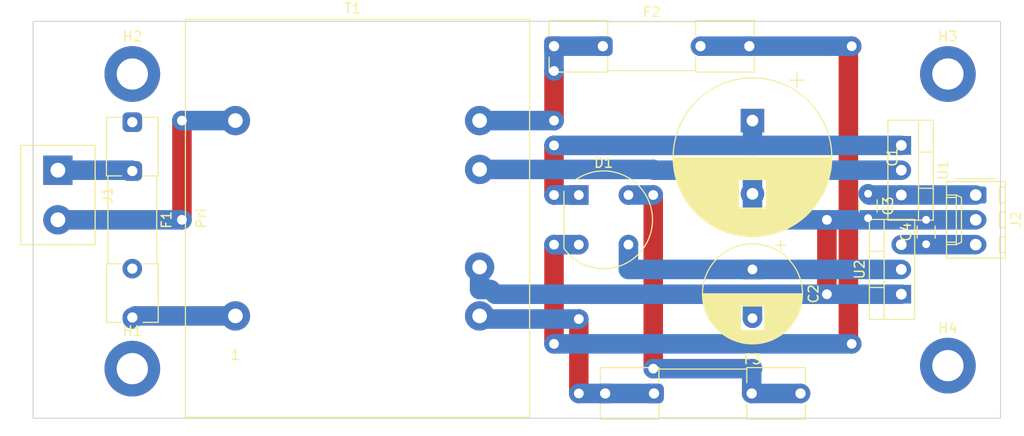
<source format=kicad_pcb>
(kicad_pcb (version 20211014) (generator pcbnew)
  (layers (0 "F.Cu" signal) (31 "B.Cu" signal) (34 "B.Paste" user) (35 "F.Paste" user) (36 "B.SilkS" user "B.Silkscreen") (37 "F.SilkS" user "F.Silkscreen") (38 "B.Mask" user) (39 "F.Mask" user) (44 "Edge.Cuts" user))
  (net 0 "")
  (net 1 "Net-(C1-Pad1)")
  (net 2 "GND")
  (net 3 "Net-(C2-Pad1)")
  (net 4 "VCC")
  (net 5 "VEE")
  (net 6 "Net-(D1-Pad2)")
  (net 7 "Net-(D1-Pad4)")
  (net 8 "/PSU/L")
  (net 9 "Net-(F1-Pad2)")
  (net 10 "/PSU/N")
  (net 11 "Net-(F2-Pad1)")
  (net 12 "Net-(F3-Pad1)")
  (footprint "Package_TO_SOT_THT:TO-220-3_Vertical" (layer "F.Cu") (at 124.46 78.74 90)
    (fp_text reference "U2" (at 2.54 -4.27 90) (layer "F.SilkS"))
    (fp_text value "L7909")
    (pad "1" thru_hole rect (at 0 0 90) (size 1.905 2) (drill 1.1) (layers *.Cu *.Mask) (net 2 "GND"))
    (pad "2" thru_hole oval (at 2.54 0 90) (size 1.905 2) (drill 1.1) (layers *.Cu *.Mask) (net 3 "Net-(C2-Pad1)"))
    (pad "3" thru_hole oval (at 5.08 0 90) (size 1.905 2) (drill 1.1) (layers *.Cu *.Mask) (net 5 "VEE"))
  )
  (footprint "Fuse:Fuseholder_Clip-5x20mm_Littelfuse_111_Inline_P20.00x5.00mm_D1.05mm_Horizontal" (layer "F.Cu") (at 45.72 61.12 -90)
    (fp_text reference "F1" (at 10 -3.5 90) (layer "F.SilkS"))
    (fp_text value "0.1A")
    (pad "1" thru_hole roundrect (at 5 0 270) (size 2 2) (drill 1.05) (layers *.Cu *.Mask) (net 8 "/PSU/L"))
    (pad "1" thru_hole roundrect (at 0 0 270) (size 2 2) (drill 1.05) (layers *.Cu *.Mask) (net 8 "/PSU/L"))
    (pad "2" thru_hole circle (at 15 0 270) (size 2 2) (drill 1.05) (layers *.Cu *.Mask) (net 9 "Net-(F1-Pad2)"))
    (pad "2" thru_hole circle (at 20 0 270) (size 2 2) (drill 1.05) (layers *.Cu *.Mask) (net 9 "Net-(F1-Pad2)"))
  )
  (footprint "Fuse:Fuseholder_Clip-5x20mm_Littelfuse_111_Inline_P20.00x5.00mm_D1.05mm_Horizontal" (layer "F.Cu") (at 88.9 53.34)
    (fp_text reference "F2" (at 10 -3.5) (layer "F.SilkS"))
    (fp_text value "F0.2A")
    (pad "1" thru_hole roundrect (at 5 0) (size 2 2) (drill 1.05) (layers *.Cu *.Mask) (net 11 "Net-(F2-Pad1)"))
    (pad "1" thru_hole roundrect (at 0 0) (size 2 2) (drill 1.05) (layers *.Cu *.Mask) (net 11 "Net-(F2-Pad1)"))
    (pad "2" thru_hole circle (at 15 0) (size 2 2) (drill 1.05) (layers *.Cu *.Mask) (net 6 "Net-(D1-Pad2)"))
    (pad "2" thru_hole circle (at 20 0) (size 2 2) (drill 1.05) (layers *.Cu *.Mask) (net 6 "Net-(D1-Pad2)"))
  )
  (footprint "MountingHole:MountingHole_3.2mm_M3_ISO7380_Pad" (layer "F.Cu") (at 129.23 56.19)
    (fp_text reference "H3" (at 0 -3.85) (layer "F.SilkS"))
    (fp_text value "MountingHole")
    (pad "1" thru_hole circle (at 0 0) (size 5.7 5.7) (drill 3.2) (layers *.Cu *.Mask))
  )
  (footprint "Capacitor_THT:CP_Radial_D10.0mm_P5.00mm" (layer "F.Cu") (at 109.22 76.2 -90)
    (fp_text reference "C2" (at 2.5 -6.25 90) (layer "F.SilkS"))
    (fp_text value "1000u 16V")
    (pad "1" thru_hole rect (at 0 0 270) (size 2 2) (drill 1) (layers *.Cu *.Mask) (net 3 "Net-(C2-Pad1)"))
    (pad "2" thru_hole circle (at 5 0 270) (size 2 2) (drill 1) (layers *.Cu *.Mask) (net 2 "GND"))
  )
  (footprint "For_Rasterboard:Transformer-3VA_2xSec" (layer "F.Cu") (at 56.28 80.96)
    (fp_text reference "T1" (at 12 -31.5) (layer "F.SilkS"))
    (fp_text value "230V 3.2VA - 2x 12V 1.6VA")
    (fp_text user "Pri" (at -3.5 -10 90) (layer "F.SilkS"))
    (fp_text user "1" (at 0 4) (layer "F.SilkS"))
    (pad "1" thru_hole circle (at 0 0) (size 3 3) (drill 1.5) (layers *.Cu *.Mask) (net 9 "Net-(F1-Pad2)"))
    (pad "2" thru_hole circle (at 0 -20) (size 3 3) (drill 1.5) (layers *.Cu *.Mask) (net 10 "/PSU/N"))
    (pad "3" thru_hole circle (at 25 -20) (size 3 3) (drill 1.5) (layers *.Cu *.Mask) (net 11 "Net-(F2-Pad1)"))
    (pad "4" thru_hole circle (at 25 -15) (size 3 3) (drill 1.5) (layers *.Cu *.Mask) (net 2 "GND"))
    (pad "5" thru_hole circle (at 25 -5) (size 3 3) (drill 1.5) (layers *.Cu *.Mask) (net 2 "GND"))
    (pad "6" thru_hole circle (at 25 0) (size 3 3) (drill 1.5) (layers *.Cu *.Mask) (net 12 "Net-(F3-Pad1)"))
  )
  (footprint "For_Rasterboard:C_Disc_D3.0mm_W1.6mm_P2.50mm" (layer "F.Cu") (at 127 73.62 90)
    (fp_text reference "C4" (at 1.25 -2.05 90) (layer "F.SilkS"))
    (fp_text value "100n")
    (pad "1" thru_hole circle (at 0 0 90) (size 1.6 1.6) (drill 0.8) (layers *.Cu *.Mask) (net 5 "VEE"))
    (pad "2" thru_hole circle (at 2.5 0 90) (size 1.6 1.6) (drill 0.8) (layers *.Cu *.Mask) (net 2 "GND"))
  )
  (footprint "Fuse:Fuseholder_Clip-5x20mm_Littelfuse_111_Inline_P20.00x5.00mm_D1.05mm_Horizontal" (layer "F.Cu") (at 94.14 88.9)
    (fp_text reference "F3" (at 15.08 -3.5) (layer "F.SilkS"))
    (fp_text value "F0.2A")
    (pad "1" thru_hole roundrect (at 5 0) (size 2 2) (drill 1.05) (layers *.Cu *.Mask) (net 12 "Net-(F3-Pad1)"))
    (pad "1" thru_hole roundrect (at 0 0) (size 2 2) (drill 1.05) (layers *.Cu *.Mask) (net 12 "Net-(F3-Pad1)"))
    (pad "2" thru_hole circle (at 15 0) (size 2 2) (drill 1.05) (layers *.Cu *.Mask) (net 7 "Net-(D1-Pad4)"))
    (pad "2" thru_hole circle (at 20 0) (size 2 2) (drill 1.05) (layers *.Cu *.Mask) (net 7 "Net-(D1-Pad4)"))
  )
  (footprint "For_Rasterboard:C_Disc_D3.0mm_W1.6mm_P2.50mm" (layer "F.Cu") (at 121.06 68.45 -90)
    (fp_text reference "C3" (at 1.25 -2.05 90) (layer "F.SilkS"))
    (fp_text value "100n")
    (pad "1" thru_hole circle (at 0 0 270) (size 1.6 1.6) (drill 0.8) (layers *.Cu *.Mask) (net 4 "VCC"))
    (pad "2" thru_hole circle (at 2.5 0 270) (size 1.6 1.6) (drill 0.8) (layers *.Cu *.Mask) (net 2 "GND"))
  )
  (footprint "MountingHole:MountingHole_3.2mm_M3_ISO7380_Pad" (layer "F.Cu") (at 45.72 56.19)
    (fp_text reference "H2" (at 0 -3.85) (layer "F.SilkS"))
    (fp_text value "MountingHole")
    (pad "1" thru_hole circle (at 0 0) (size 5.7 5.7) (drill 3.2) (layers *.Cu *.Mask))
  )
  (footprint "TerminalBlock:TerminalBlock_bornier-2_P5.08mm" (layer "F.Cu") (at 38.1 66.04 -90)
    (fp_text reference "J1" (at 2.54 -5.08 90) (layer "F.SilkS"))
    (fp_text value "Screw_Terminal_01x02")
    (pad "1" thru_hole rect (at 0 0 270) (size 3 3) (drill 1.52) (layers *.Cu *.Mask) (net 8 "/PSU/L"))
    (pad "2" thru_hole circle (at 5.08 0 270) (size 3 3) (drill 1.52) (layers *.Cu *.Mask) (net 10 "/PSU/N"))
  )
  (footprint "Capacitor_THT:CP_Radial_D16.0mm_P7.50mm" (layer "F.Cu") (at 109.22 60.96 -90)
    (fp_text reference "C1" (at 3.75 -14.33 90) (layer "F.SilkS"))
    (fp_text value "10000u 16V")
    (pad "1" thru_hole rect (at 0 0 270) (size 2.4 2.4) (drill 1.2) (layers *.Cu *.Mask) (net 1 "Net-(C1-Pad1)"))
    (pad "2" thru_hole circle (at 7.5 0 270) (size 2.4 2.4) (drill 1.2) (layers *.Cu *.Mask) (net 2 "GND"))
  )
  (footprint "Diode_THT:Diode_Bridge_Round_D9.8mm" (layer "F.Cu") (at 91.44 68.58)
    (fp_text reference "D1" (at 2.54 -3.302) (layer "F.SilkS"))
    (fp_text value "W10M")
    (pad "1" thru_hole rect (at 0 0) (size 2 2) (drill 1) (layers *.Cu *.Mask) (net 1 "Net-(C1-Pad1)"))
    (pad "2" thru_hole oval (at 0 5.08) (size 2 2) (drill 1) (layers *.Cu *.Mask) (net 6 "Net-(D1-Pad2)"))
    (pad "3" thru_hole oval (at 5.08 5.08) (size 2 2) (drill 1) (layers *.Cu *.Mask) (net 3 "Net-(C2-Pad1)"))
    (pad "4" thru_hole oval (at 5.08 0) (size 2 2) (drill 1) (layers *.Cu *.Mask) (net 7 "Net-(D1-Pad4)"))
  )
  (footprint "Package_TO_SOT_THT:TO-220-3_Vertical" (layer "F.Cu") (at 124.46 63.5 -90)
    (fp_text reference "U1" (at 2.54 -4.27 90) (layer "F.SilkS"))
    (fp_text value "L7809")
    (pad "1" thru_hole rect (at 0 0 270) (size 1.905 2) (drill 1.1) (layers *.Cu *.Mask) (net 1 "Net-(C1-Pad1)"))
    (pad "2" thru_hole oval (at 2.54 0 270) (size 1.905 2) (drill 1.1) (layers *.Cu *.Mask) (net 2 "GND"))
    (pad "3" thru_hole oval (at 5.08 0 270) (size 1.905 2) (drill 1.1) (layers *.Cu *.Mask) (net 4 "VCC"))
  )
  (footprint "MountingHole:MountingHole_3.2mm_M3_ISO7380_Pad" (layer "F.Cu") (at 129.23 86.05)
    (fp_text reference "H4" (at 0 -3.85) (layer "F.SilkS"))
    (fp_text value "MountingHole")
    (pad "1" thru_hole circle (at 0 0) (size 5.7 5.7) (drill 3.2) (layers *.Cu *.Mask))
  )
  (footprint "MountingHole:MountingHole_3.2mm_M3_ISO7380_Pad" (layer "F.Cu") (at 45.72 86.36)
    (fp_text reference "H1" (at 0 -3.85) (layer "F.SilkS"))
    (fp_text value "MountingHole")
    (pad "1" thru_hole circle (at 0 0) (size 5.7 5.7) (drill 3.2) (layers *.Cu *.Mask))
  )
  (footprint "Connector_Molex:Molex_KK-254_AE-6410-03A_1x03_P2.54mm_Vertical" (layer "F.Cu") (at 132.08 68.58 -90)
    (fp_text reference "J2" (at 2.54 -4.12 90) (layer "F.SilkS"))
    (fp_text value "NS25-W3P male")
    (pad "1" thru_hole roundrect (at 0 0 270) (size 1.74 2.19) (drill 1.19) (layers *.Cu *.Mask) (roundrect_rratio 0.143678) (net 4 "VCC"))
    (pad "2" thru_hole oval (at 2.54 0 270) (size 1.74 2.19) (drill 1.19) (layers *.Cu *.Mask) (net 2 "GND"))
    (pad "3" thru_hole oval (at 5.08 0 270) (size 1.74 2.19) (drill 1.19) (layers *.Cu *.Mask) (net 5 "VEE"))
  )
  (gr_rect (start 134.62 91.44) (end 35.56 50.8) (layer "Edge.Cuts") (width 0.1) (fill none))
  (segment (start 88.9 68.58) (end 88.9 63.5) (width 2) (layer "F.Cu") (net 1))
  (via (at 88.9 63.5) (size 2) (drill 1) (layers "F.Cu" "B.Cu") (net 1))
  (via (at 88.9 68.58) (size 2) (drill 1) (layers "F.Cu" "B.Cu") (net 1))
  (segment (start 109.22 63.5) (end 109.22 60.96) (width 2) (layer "B.Cu") (net 1))
  (segment (start 91.44 68.58) (end 88.9 68.58) (width 2) (layer "B.Cu") (net 1))
  (segment (start 88.9 63.5) (end 109.22 63.5) (width 2) (layer "B.Cu") (net 1))
  (segment (start 124.46 63.5) (end 109.22 63.5) (width 2) (layer "B.Cu") (net 1))
  (segment (start 116.84 78.74) (end 116.84 71.12) (width 2) (layer "F.Cu") (net 2))
  (via (at 116.84 78.74) (size 2) (drill 1) (layers "F.Cu" "B.Cu") (net 2))
  (via (at 116.84 71.12) (size 2) (drill 1) (layers "F.Cu" "B.Cu") (net 2))
  (segment (start 81.28 65.96) (end 99.06 65.96) (width 2) (layer "B.Cu") (net 2))
  (segment (start 109.22 68.46) (end 109.22 66.04) (width 2) (layer "B.Cu") (net 2))
  (segment (start 109.22 81.2) (end 109.22 78.74) (width 2) (layer "B.Cu") (net 2))
  (segment (start 116.84 71.12) (end 132.08 71.12) (width 2) (layer "B.Cu") (net 2))
  (segment (start 109.22 71.12) (end 116.84 71.12) (width 2) (layer "B.Cu") (net 2))
  (segment (start 82.398377 78.26) (end 81.28 78.26) (width 2) (layer "B.Cu") (net 2))
  (segment (start 124.46 66.04) (end 109.22 66.04) (width 2) (layer "B.Cu") (net 2))
  (segment (start 124.46 78.74) (end 109.22 78.74) (width 2) (layer "B.Cu") (net 2))
  (segment (start 99.14 66.04) (end 109.22 66.04) (width 2) (layer "B.Cu") (net 2))
  (segment (start 99.06 65.96) (end 99.14 66.04) (width 2) (layer "B.Cu") (net 2))
  (segment (start 82.878377 78.74) (end 82.398377 78.26) (width 2) (layer "B.Cu") (net 2))
  (segment (start 81.28 78.26) (end 81.28 75.96) (width 2) (layer "B.Cu") (net 2))
  (segment (start 109.22 78.74) (end 82.878377 78.74) (width 2) (layer "B.Cu") (net 2))
  (segment (start 81.36 66.04) (end 81.28 65.96) (width 2) (layer "B.Cu") (net 2))
  (segment (start 109.22 68.46) (end 109.22 71.12) (width 2) (layer "B.Cu") (net 2))
  (segment (start 96.52 76.2) (end 96.52 73.66) (width 2) (layer "B.Cu") (net 3))
  (segment (start 124.46 76.2) (end 96.52 76.2) (width 2) (layer "B.Cu") (net 3))
  (segment (start 124.46 68.58) (end 121.19 68.58) (width 2) (layer "B.Cu") (net 4))
  (segment (start 121.19 68.58) (end 121.06 68.45) (width 2) (layer "B.Cu") (net 4))
  (segment (start 132.08 68.58) (end 124.46 68.58) (width 2) (layer "B.Cu") (net 4))
  (segment (start 132.08 73.66) (end 124.46 73.66) (width 2) (layer "B.Cu") (net 5))
  (segment (start 88.9 73.66) (end 88.9 83.82) (width 2) (layer "F.Cu") (net 6))
  (segment (start 119.04 53.68) (end 119.38 53.34) (width 2) (layer "F.Cu") (net 6))
  (segment (start 119.38 83.82) (end 119.04 83.48) (width 2) (layer "F.Cu") (net 6))
  (segment (start 119.04 83.48) (end 119.04 53.68) (width 2) (layer "F.Cu") (net 6))
  (via (at 88.9 73.66) (size 2) (drill 1) (layers "F.Cu" "B.Cu") (net 6))
  (via (at 88.9 83.82) (size 2) (drill 1) (layers "F.Cu" "B.Cu") (net 6))
  (via (at 119.38 53.34) (size 2) (drill 1) (layers "F.Cu" "B.Cu") (net 6))
  (via (at 119.38 83.82) (size 2) (drill 1) (layers "F.Cu" "B.Cu") (net 6))
  (segment (start 119.38 53.34) (end 116.84 53.34) (width 2) (layer "B.Cu") (net 6))
  (segment (start 88.9 83.82) (end 119.38 83.82) (width 2) (layer "B.Cu") (net 6))
  (segment (start 103.9 53.34) (end 108.9 53.34) (width 2) (layer "B.Cu") (net 6))
  (segment (start 116.84 53.34) (end 108.9 53.34) (width 2) (layer "B.Cu") (net 6))
  (segment (start 91.44 73.66) (end 88.9 73.66) (width 2) (layer "B.Cu") (net 6))
  (segment (start 99.06 68.58) (end 99.06 86.36) (width 2) (layer "F.Cu") (net 7))
  (via (at 99.06 86.36) (size 2) (drill 1) (layers "F.Cu" "B.Cu") (net 7))
  (via (at 99.06 68.58) (size 2) (drill 1) (layers "F.Cu" "B.Cu") (net 7))
  (segment (start 99.06 86.36) (end 109.22 86.36) (width 2) (layer "B.Cu") (net 7))
  (segment (start 96.52 68.58) (end 99.06 68.58) (width 2) (layer "B.Cu") (net 7))
  (segment (start 109.14 88.9) (end 114.14 88.9) (width 2) (layer "B.Cu") (net 7))
  (segment (start 109.14 86.44) (end 109.14 88.9) (width 2) (layer "B.Cu") (net 7))
  (segment (start 109.22 86.36) (end 109.14 86.44) (width 2) (layer "B.Cu") (net 7))
  (segment (start 38.1 66.04) (end 45.64 66.04) (width 2) (layer "B.Cu") (net 8))
  (segment (start 45.64 66.04) (end 45.72 66.12) (width 2) (layer "B.Cu") (net 8))
  (segment (start 55.88 80.96) (end 46.04 80.96) (width 2) (layer "B.Cu") (net 9))
  (segment (start 46.04 80.96) (end 45.72 81.28) (width 2) (layer "B.Cu") (net 9))
  (segment (start 50.8 60.96) (end 50.8 71.12) (width 2) (layer "F.Cu") (net 10))
  (via (at 50.8 60.96) (size 2) (drill 1) (layers "F.Cu" "B.Cu") (net 10))
  (via (at 50.8 71.12) (size 2) (drill 1) (layers "F.Cu" "B.Cu") (net 10))
  (segment (start 38.1 71.12) (end 50.8 71.12) (width 2) (layer "B.Cu") (net 10))
  (segment (start 56.28 60.96) (end 50.8 60.96) (width 2) (layer "B.Cu") (net 10))
  (segment (start 88.9 60.96) (end 88.9 55.88) (width 2) (layer "F.Cu") (net 11))
  (via (at 88.9 55.88) (size 2) (drill 1) (layers "F.Cu" "B.Cu") (net 11))
  (via (at 88.9 60.96) (size 2) (drill 1) (layers "F.Cu" "B.Cu") (net 11))
  (segment (start 88.9 53.34) (end 93.9 53.34) (width 2) (layer "B.Cu") (net 11))
  (segment (start 88.9 55.88) (end 88.9 53.34) (width 2) (layer "B.Cu") (net 11))
  (segment (start 81.28 60.96) (end 88.9 60.96) (width 2) (layer "B.Cu") (net 11))
  (segment (start 91.44 88.9) (end 91.44 81.28) (width 2) (layer "F.Cu") (net 12))
  (via (at 91.44 88.9) (size 2) (drill 1) (layers "F.Cu" "B.Cu") (net 12))
  (via (at 91.44 81.28) (size 2) (drill 1) (layers "F.Cu" "B.Cu") (net 12))
  (segment (start 99.14 88.9) (end 94.14 88.9) (width 2) (layer "B.Cu") (net 12))
  (segment (start 81.6 81.28) (end 81.28 80.96) (width 2) (layer "B.Cu") (net 12))
  (segment (start 91.44 81.28) (end 81.6 81.28) (width 2) (layer "B.Cu") (net 12))
  (segment (start 91.44 88.9) (end 94.06 88.9) (width 2) (layer "B.Cu") (net 12))
)
</source>
